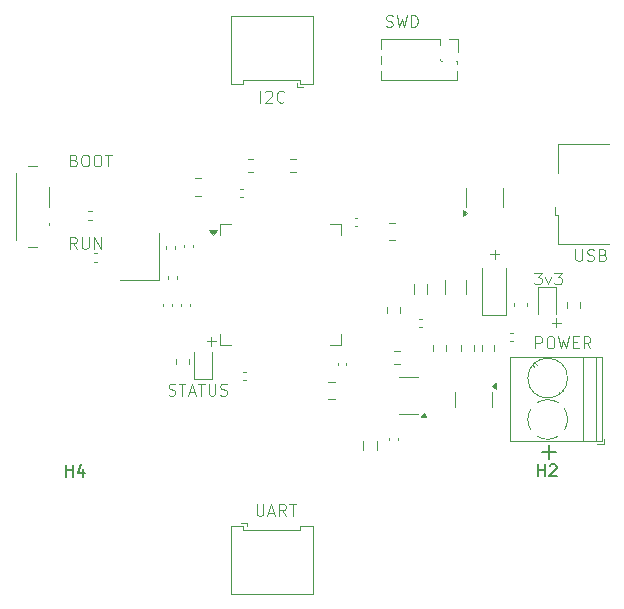
<source format=gbr>
%TF.GenerationSoftware,KiCad,Pcbnew,8.0.5-8.0.5-0~ubuntu24.04.1*%
%TF.CreationDate,2024-09-30T02:40:30+03:30*%
%TF.ProjectId,stm32buckusb,73746d33-3262-4756-936b-7573622e6b69,rev?*%
%TF.SameCoordinates,Original*%
%TF.FileFunction,Legend,Top*%
%TF.FilePolarity,Positive*%
%FSLAX46Y46*%
G04 Gerber Fmt 4.6, Leading zero omitted, Abs format (unit mm)*
G04 Created by KiCad (PCBNEW 8.0.5-8.0.5-0~ubuntu24.04.1) date 2024-09-30 02:40:30*
%MOMM*%
%LPD*%
G01*
G04 APERTURE LIST*
%ADD10C,0.100000*%
%ADD11C,0.200000*%
%ADD12C,0.150000*%
%ADD13C,0.120000*%
G04 APERTURE END LIST*
D10*
X85675312Y-93672419D02*
X85341979Y-93196228D01*
X85103884Y-93672419D02*
X85103884Y-92672419D01*
X85103884Y-92672419D02*
X85484836Y-92672419D01*
X85484836Y-92672419D02*
X85580074Y-92720038D01*
X85580074Y-92720038D02*
X85627693Y-92767657D01*
X85627693Y-92767657D02*
X85675312Y-92862895D01*
X85675312Y-92862895D02*
X85675312Y-93005752D01*
X85675312Y-93005752D02*
X85627693Y-93100990D01*
X85627693Y-93100990D02*
X85580074Y-93148609D01*
X85580074Y-93148609D02*
X85484836Y-93196228D01*
X85484836Y-93196228D02*
X85103884Y-93196228D01*
X86103884Y-92672419D02*
X86103884Y-93481942D01*
X86103884Y-93481942D02*
X86151503Y-93577180D01*
X86151503Y-93577180D02*
X86199122Y-93624800D01*
X86199122Y-93624800D02*
X86294360Y-93672419D01*
X86294360Y-93672419D02*
X86484836Y-93672419D01*
X86484836Y-93672419D02*
X86580074Y-93624800D01*
X86580074Y-93624800D02*
X86627693Y-93577180D01*
X86627693Y-93577180D02*
X86675312Y-93481942D01*
X86675312Y-93481942D02*
X86675312Y-92672419D01*
X87151503Y-93672419D02*
X87151503Y-92672419D01*
X87151503Y-92672419D02*
X87722931Y-93672419D01*
X87722931Y-93672419D02*
X87722931Y-92672419D01*
X96703884Y-101491466D02*
X97465789Y-101491466D01*
X97084836Y-101872419D02*
X97084836Y-101110514D01*
D11*
X125088720Y-110834600D02*
X126231578Y-110834600D01*
X125660149Y-111406028D02*
X125660149Y-110263171D01*
D10*
X125903884Y-99891466D02*
X126665789Y-99891466D01*
X126284836Y-100272419D02*
X126284836Y-99510514D01*
X120703884Y-94091466D02*
X121465789Y-94091466D01*
X121084836Y-94472419D02*
X121084836Y-93710514D01*
X93456265Y-106024800D02*
X93599122Y-106072419D01*
X93599122Y-106072419D02*
X93837217Y-106072419D01*
X93837217Y-106072419D02*
X93932455Y-106024800D01*
X93932455Y-106024800D02*
X93980074Y-105977180D01*
X93980074Y-105977180D02*
X94027693Y-105881942D01*
X94027693Y-105881942D02*
X94027693Y-105786704D01*
X94027693Y-105786704D02*
X93980074Y-105691466D01*
X93980074Y-105691466D02*
X93932455Y-105643847D01*
X93932455Y-105643847D02*
X93837217Y-105596228D01*
X93837217Y-105596228D02*
X93646741Y-105548609D01*
X93646741Y-105548609D02*
X93551503Y-105500990D01*
X93551503Y-105500990D02*
X93503884Y-105453371D01*
X93503884Y-105453371D02*
X93456265Y-105358133D01*
X93456265Y-105358133D02*
X93456265Y-105262895D01*
X93456265Y-105262895D02*
X93503884Y-105167657D01*
X93503884Y-105167657D02*
X93551503Y-105120038D01*
X93551503Y-105120038D02*
X93646741Y-105072419D01*
X93646741Y-105072419D02*
X93884836Y-105072419D01*
X93884836Y-105072419D02*
X94027693Y-105120038D01*
X94313408Y-105072419D02*
X94884836Y-105072419D01*
X94599122Y-106072419D02*
X94599122Y-105072419D01*
X95170551Y-105786704D02*
X95646741Y-105786704D01*
X95075313Y-106072419D02*
X95408646Y-105072419D01*
X95408646Y-105072419D02*
X95741979Y-106072419D01*
X95932456Y-105072419D02*
X96503884Y-105072419D01*
X96218170Y-106072419D02*
X96218170Y-105072419D01*
X96837218Y-105072419D02*
X96837218Y-105881942D01*
X96837218Y-105881942D02*
X96884837Y-105977180D01*
X96884837Y-105977180D02*
X96932456Y-106024800D01*
X96932456Y-106024800D02*
X97027694Y-106072419D01*
X97027694Y-106072419D02*
X97218170Y-106072419D01*
X97218170Y-106072419D02*
X97313408Y-106024800D01*
X97313408Y-106024800D02*
X97361027Y-105977180D01*
X97361027Y-105977180D02*
X97408646Y-105881942D01*
X97408646Y-105881942D02*
X97408646Y-105072419D01*
X97837218Y-106024800D02*
X97980075Y-106072419D01*
X97980075Y-106072419D02*
X98218170Y-106072419D01*
X98218170Y-106072419D02*
X98313408Y-106024800D01*
X98313408Y-106024800D02*
X98361027Y-105977180D01*
X98361027Y-105977180D02*
X98408646Y-105881942D01*
X98408646Y-105881942D02*
X98408646Y-105786704D01*
X98408646Y-105786704D02*
X98361027Y-105691466D01*
X98361027Y-105691466D02*
X98313408Y-105643847D01*
X98313408Y-105643847D02*
X98218170Y-105596228D01*
X98218170Y-105596228D02*
X98027694Y-105548609D01*
X98027694Y-105548609D02*
X97932456Y-105500990D01*
X97932456Y-105500990D02*
X97884837Y-105453371D01*
X97884837Y-105453371D02*
X97837218Y-105358133D01*
X97837218Y-105358133D02*
X97837218Y-105262895D01*
X97837218Y-105262895D02*
X97884837Y-105167657D01*
X97884837Y-105167657D02*
X97932456Y-105120038D01*
X97932456Y-105120038D02*
X98027694Y-105072419D01*
X98027694Y-105072419D02*
X98265789Y-105072419D01*
X98265789Y-105072419D02*
X98408646Y-105120038D01*
X124408646Y-95672419D02*
X125027693Y-95672419D01*
X125027693Y-95672419D02*
X124694360Y-96053371D01*
X124694360Y-96053371D02*
X124837217Y-96053371D01*
X124837217Y-96053371D02*
X124932455Y-96100990D01*
X124932455Y-96100990D02*
X124980074Y-96148609D01*
X124980074Y-96148609D02*
X125027693Y-96243847D01*
X125027693Y-96243847D02*
X125027693Y-96481942D01*
X125027693Y-96481942D02*
X124980074Y-96577180D01*
X124980074Y-96577180D02*
X124932455Y-96624800D01*
X124932455Y-96624800D02*
X124837217Y-96672419D01*
X124837217Y-96672419D02*
X124551503Y-96672419D01*
X124551503Y-96672419D02*
X124456265Y-96624800D01*
X124456265Y-96624800D02*
X124408646Y-96577180D01*
X125361027Y-96005752D02*
X125599122Y-96672419D01*
X125599122Y-96672419D02*
X125837217Y-96005752D01*
X126122932Y-95672419D02*
X126741979Y-95672419D01*
X126741979Y-95672419D02*
X126408646Y-96053371D01*
X126408646Y-96053371D02*
X126551503Y-96053371D01*
X126551503Y-96053371D02*
X126646741Y-96100990D01*
X126646741Y-96100990D02*
X126694360Y-96148609D01*
X126694360Y-96148609D02*
X126741979Y-96243847D01*
X126741979Y-96243847D02*
X126741979Y-96481942D01*
X126741979Y-96481942D02*
X126694360Y-96577180D01*
X126694360Y-96577180D02*
X126646741Y-96624800D01*
X126646741Y-96624800D02*
X126551503Y-96672419D01*
X126551503Y-96672419D02*
X126265789Y-96672419D01*
X126265789Y-96672419D02*
X126170551Y-96624800D01*
X126170551Y-96624800D02*
X126122932Y-96577180D01*
X111856265Y-74824800D02*
X111999122Y-74872419D01*
X111999122Y-74872419D02*
X112237217Y-74872419D01*
X112237217Y-74872419D02*
X112332455Y-74824800D01*
X112332455Y-74824800D02*
X112380074Y-74777180D01*
X112380074Y-74777180D02*
X112427693Y-74681942D01*
X112427693Y-74681942D02*
X112427693Y-74586704D01*
X112427693Y-74586704D02*
X112380074Y-74491466D01*
X112380074Y-74491466D02*
X112332455Y-74443847D01*
X112332455Y-74443847D02*
X112237217Y-74396228D01*
X112237217Y-74396228D02*
X112046741Y-74348609D01*
X112046741Y-74348609D02*
X111951503Y-74300990D01*
X111951503Y-74300990D02*
X111903884Y-74253371D01*
X111903884Y-74253371D02*
X111856265Y-74158133D01*
X111856265Y-74158133D02*
X111856265Y-74062895D01*
X111856265Y-74062895D02*
X111903884Y-73967657D01*
X111903884Y-73967657D02*
X111951503Y-73920038D01*
X111951503Y-73920038D02*
X112046741Y-73872419D01*
X112046741Y-73872419D02*
X112284836Y-73872419D01*
X112284836Y-73872419D02*
X112427693Y-73920038D01*
X112761027Y-73872419D02*
X112999122Y-74872419D01*
X112999122Y-74872419D02*
X113189598Y-74158133D01*
X113189598Y-74158133D02*
X113380074Y-74872419D01*
X113380074Y-74872419D02*
X113618170Y-73872419D01*
X113999122Y-74872419D02*
X113999122Y-73872419D01*
X113999122Y-73872419D02*
X114237217Y-73872419D01*
X114237217Y-73872419D02*
X114380074Y-73920038D01*
X114380074Y-73920038D02*
X114475312Y-74015276D01*
X114475312Y-74015276D02*
X114522931Y-74110514D01*
X114522931Y-74110514D02*
X114570550Y-74300990D01*
X114570550Y-74300990D02*
X114570550Y-74443847D01*
X114570550Y-74443847D02*
X114522931Y-74634323D01*
X114522931Y-74634323D02*
X114475312Y-74729561D01*
X114475312Y-74729561D02*
X114380074Y-74824800D01*
X114380074Y-74824800D02*
X114237217Y-74872419D01*
X114237217Y-74872419D02*
X113999122Y-74872419D01*
X85437217Y-86148609D02*
X85580074Y-86196228D01*
X85580074Y-86196228D02*
X85627693Y-86243847D01*
X85627693Y-86243847D02*
X85675312Y-86339085D01*
X85675312Y-86339085D02*
X85675312Y-86481942D01*
X85675312Y-86481942D02*
X85627693Y-86577180D01*
X85627693Y-86577180D02*
X85580074Y-86624800D01*
X85580074Y-86624800D02*
X85484836Y-86672419D01*
X85484836Y-86672419D02*
X85103884Y-86672419D01*
X85103884Y-86672419D02*
X85103884Y-85672419D01*
X85103884Y-85672419D02*
X85437217Y-85672419D01*
X85437217Y-85672419D02*
X85532455Y-85720038D01*
X85532455Y-85720038D02*
X85580074Y-85767657D01*
X85580074Y-85767657D02*
X85627693Y-85862895D01*
X85627693Y-85862895D02*
X85627693Y-85958133D01*
X85627693Y-85958133D02*
X85580074Y-86053371D01*
X85580074Y-86053371D02*
X85532455Y-86100990D01*
X85532455Y-86100990D02*
X85437217Y-86148609D01*
X85437217Y-86148609D02*
X85103884Y-86148609D01*
X86294360Y-85672419D02*
X86484836Y-85672419D01*
X86484836Y-85672419D02*
X86580074Y-85720038D01*
X86580074Y-85720038D02*
X86675312Y-85815276D01*
X86675312Y-85815276D02*
X86722931Y-86005752D01*
X86722931Y-86005752D02*
X86722931Y-86339085D01*
X86722931Y-86339085D02*
X86675312Y-86529561D01*
X86675312Y-86529561D02*
X86580074Y-86624800D01*
X86580074Y-86624800D02*
X86484836Y-86672419D01*
X86484836Y-86672419D02*
X86294360Y-86672419D01*
X86294360Y-86672419D02*
X86199122Y-86624800D01*
X86199122Y-86624800D02*
X86103884Y-86529561D01*
X86103884Y-86529561D02*
X86056265Y-86339085D01*
X86056265Y-86339085D02*
X86056265Y-86005752D01*
X86056265Y-86005752D02*
X86103884Y-85815276D01*
X86103884Y-85815276D02*
X86199122Y-85720038D01*
X86199122Y-85720038D02*
X86294360Y-85672419D01*
X87341979Y-85672419D02*
X87532455Y-85672419D01*
X87532455Y-85672419D02*
X87627693Y-85720038D01*
X87627693Y-85720038D02*
X87722931Y-85815276D01*
X87722931Y-85815276D02*
X87770550Y-86005752D01*
X87770550Y-86005752D02*
X87770550Y-86339085D01*
X87770550Y-86339085D02*
X87722931Y-86529561D01*
X87722931Y-86529561D02*
X87627693Y-86624800D01*
X87627693Y-86624800D02*
X87532455Y-86672419D01*
X87532455Y-86672419D02*
X87341979Y-86672419D01*
X87341979Y-86672419D02*
X87246741Y-86624800D01*
X87246741Y-86624800D02*
X87151503Y-86529561D01*
X87151503Y-86529561D02*
X87103884Y-86339085D01*
X87103884Y-86339085D02*
X87103884Y-86005752D01*
X87103884Y-86005752D02*
X87151503Y-85815276D01*
X87151503Y-85815276D02*
X87246741Y-85720038D01*
X87246741Y-85720038D02*
X87341979Y-85672419D01*
X88056265Y-85672419D02*
X88627693Y-85672419D01*
X88341979Y-86672419D02*
X88341979Y-85672419D01*
X124503884Y-102072419D02*
X124503884Y-101072419D01*
X124503884Y-101072419D02*
X124884836Y-101072419D01*
X124884836Y-101072419D02*
X124980074Y-101120038D01*
X124980074Y-101120038D02*
X125027693Y-101167657D01*
X125027693Y-101167657D02*
X125075312Y-101262895D01*
X125075312Y-101262895D02*
X125075312Y-101405752D01*
X125075312Y-101405752D02*
X125027693Y-101500990D01*
X125027693Y-101500990D02*
X124980074Y-101548609D01*
X124980074Y-101548609D02*
X124884836Y-101596228D01*
X124884836Y-101596228D02*
X124503884Y-101596228D01*
X125694360Y-101072419D02*
X125884836Y-101072419D01*
X125884836Y-101072419D02*
X125980074Y-101120038D01*
X125980074Y-101120038D02*
X126075312Y-101215276D01*
X126075312Y-101215276D02*
X126122931Y-101405752D01*
X126122931Y-101405752D02*
X126122931Y-101739085D01*
X126122931Y-101739085D02*
X126075312Y-101929561D01*
X126075312Y-101929561D02*
X125980074Y-102024800D01*
X125980074Y-102024800D02*
X125884836Y-102072419D01*
X125884836Y-102072419D02*
X125694360Y-102072419D01*
X125694360Y-102072419D02*
X125599122Y-102024800D01*
X125599122Y-102024800D02*
X125503884Y-101929561D01*
X125503884Y-101929561D02*
X125456265Y-101739085D01*
X125456265Y-101739085D02*
X125456265Y-101405752D01*
X125456265Y-101405752D02*
X125503884Y-101215276D01*
X125503884Y-101215276D02*
X125599122Y-101120038D01*
X125599122Y-101120038D02*
X125694360Y-101072419D01*
X126456265Y-101072419D02*
X126694360Y-102072419D01*
X126694360Y-102072419D02*
X126884836Y-101358133D01*
X126884836Y-101358133D02*
X127075312Y-102072419D01*
X127075312Y-102072419D02*
X127313408Y-101072419D01*
X127694360Y-101548609D02*
X128027693Y-101548609D01*
X128170550Y-102072419D02*
X127694360Y-102072419D01*
X127694360Y-102072419D02*
X127694360Y-101072419D01*
X127694360Y-101072419D02*
X128170550Y-101072419D01*
X129170550Y-102072419D02*
X128837217Y-101596228D01*
X128599122Y-102072419D02*
X128599122Y-101072419D01*
X128599122Y-101072419D02*
X128980074Y-101072419D01*
X128980074Y-101072419D02*
X129075312Y-101120038D01*
X129075312Y-101120038D02*
X129122931Y-101167657D01*
X129122931Y-101167657D02*
X129170550Y-101262895D01*
X129170550Y-101262895D02*
X129170550Y-101405752D01*
X129170550Y-101405752D02*
X129122931Y-101500990D01*
X129122931Y-101500990D02*
X129075312Y-101548609D01*
X129075312Y-101548609D02*
X128980074Y-101596228D01*
X128980074Y-101596228D02*
X128599122Y-101596228D01*
X127903884Y-93672419D02*
X127903884Y-94481942D01*
X127903884Y-94481942D02*
X127951503Y-94577180D01*
X127951503Y-94577180D02*
X127999122Y-94624800D01*
X127999122Y-94624800D02*
X128094360Y-94672419D01*
X128094360Y-94672419D02*
X128284836Y-94672419D01*
X128284836Y-94672419D02*
X128380074Y-94624800D01*
X128380074Y-94624800D02*
X128427693Y-94577180D01*
X128427693Y-94577180D02*
X128475312Y-94481942D01*
X128475312Y-94481942D02*
X128475312Y-93672419D01*
X128903884Y-94624800D02*
X129046741Y-94672419D01*
X129046741Y-94672419D02*
X129284836Y-94672419D01*
X129284836Y-94672419D02*
X129380074Y-94624800D01*
X129380074Y-94624800D02*
X129427693Y-94577180D01*
X129427693Y-94577180D02*
X129475312Y-94481942D01*
X129475312Y-94481942D02*
X129475312Y-94386704D01*
X129475312Y-94386704D02*
X129427693Y-94291466D01*
X129427693Y-94291466D02*
X129380074Y-94243847D01*
X129380074Y-94243847D02*
X129284836Y-94196228D01*
X129284836Y-94196228D02*
X129094360Y-94148609D01*
X129094360Y-94148609D02*
X128999122Y-94100990D01*
X128999122Y-94100990D02*
X128951503Y-94053371D01*
X128951503Y-94053371D02*
X128903884Y-93958133D01*
X128903884Y-93958133D02*
X128903884Y-93862895D01*
X128903884Y-93862895D02*
X128951503Y-93767657D01*
X128951503Y-93767657D02*
X128999122Y-93720038D01*
X128999122Y-93720038D02*
X129094360Y-93672419D01*
X129094360Y-93672419D02*
X129332455Y-93672419D01*
X129332455Y-93672419D02*
X129475312Y-93720038D01*
X130237217Y-94148609D02*
X130380074Y-94196228D01*
X130380074Y-94196228D02*
X130427693Y-94243847D01*
X130427693Y-94243847D02*
X130475312Y-94339085D01*
X130475312Y-94339085D02*
X130475312Y-94481942D01*
X130475312Y-94481942D02*
X130427693Y-94577180D01*
X130427693Y-94577180D02*
X130380074Y-94624800D01*
X130380074Y-94624800D02*
X130284836Y-94672419D01*
X130284836Y-94672419D02*
X129903884Y-94672419D01*
X129903884Y-94672419D02*
X129903884Y-93672419D01*
X129903884Y-93672419D02*
X130237217Y-93672419D01*
X130237217Y-93672419D02*
X130332455Y-93720038D01*
X130332455Y-93720038D02*
X130380074Y-93767657D01*
X130380074Y-93767657D02*
X130427693Y-93862895D01*
X130427693Y-93862895D02*
X130427693Y-93958133D01*
X130427693Y-93958133D02*
X130380074Y-94053371D01*
X130380074Y-94053371D02*
X130332455Y-94100990D01*
X130332455Y-94100990D02*
X130237217Y-94148609D01*
X130237217Y-94148609D02*
X129903884Y-94148609D01*
X100903884Y-115272419D02*
X100903884Y-116081942D01*
X100903884Y-116081942D02*
X100951503Y-116177180D01*
X100951503Y-116177180D02*
X100999122Y-116224800D01*
X100999122Y-116224800D02*
X101094360Y-116272419D01*
X101094360Y-116272419D02*
X101284836Y-116272419D01*
X101284836Y-116272419D02*
X101380074Y-116224800D01*
X101380074Y-116224800D02*
X101427693Y-116177180D01*
X101427693Y-116177180D02*
X101475312Y-116081942D01*
X101475312Y-116081942D02*
X101475312Y-115272419D01*
X101903884Y-115986704D02*
X102380074Y-115986704D01*
X101808646Y-116272419D02*
X102141979Y-115272419D01*
X102141979Y-115272419D02*
X102475312Y-116272419D01*
X103380074Y-116272419D02*
X103046741Y-115796228D01*
X102808646Y-116272419D02*
X102808646Y-115272419D01*
X102808646Y-115272419D02*
X103189598Y-115272419D01*
X103189598Y-115272419D02*
X103284836Y-115320038D01*
X103284836Y-115320038D02*
X103332455Y-115367657D01*
X103332455Y-115367657D02*
X103380074Y-115462895D01*
X103380074Y-115462895D02*
X103380074Y-115605752D01*
X103380074Y-115605752D02*
X103332455Y-115700990D01*
X103332455Y-115700990D02*
X103284836Y-115748609D01*
X103284836Y-115748609D02*
X103189598Y-115796228D01*
X103189598Y-115796228D02*
X102808646Y-115796228D01*
X103665789Y-115272419D02*
X104237217Y-115272419D01*
X103951503Y-116272419D02*
X103951503Y-115272419D01*
X101223810Y-81272419D02*
X101223810Y-80272419D01*
X101652381Y-80367657D02*
X101700000Y-80320038D01*
X101700000Y-80320038D02*
X101795238Y-80272419D01*
X101795238Y-80272419D02*
X102033333Y-80272419D01*
X102033333Y-80272419D02*
X102128571Y-80320038D01*
X102128571Y-80320038D02*
X102176190Y-80367657D01*
X102176190Y-80367657D02*
X102223809Y-80462895D01*
X102223809Y-80462895D02*
X102223809Y-80558133D01*
X102223809Y-80558133D02*
X102176190Y-80700990D01*
X102176190Y-80700990D02*
X101604762Y-81272419D01*
X101604762Y-81272419D02*
X102223809Y-81272419D01*
X103223809Y-81177180D02*
X103176190Y-81224800D01*
X103176190Y-81224800D02*
X103033333Y-81272419D01*
X103033333Y-81272419D02*
X102938095Y-81272419D01*
X102938095Y-81272419D02*
X102795238Y-81224800D01*
X102795238Y-81224800D02*
X102700000Y-81129561D01*
X102700000Y-81129561D02*
X102652381Y-81034323D01*
X102652381Y-81034323D02*
X102604762Y-80843847D01*
X102604762Y-80843847D02*
X102604762Y-80700990D01*
X102604762Y-80700990D02*
X102652381Y-80510514D01*
X102652381Y-80510514D02*
X102700000Y-80415276D01*
X102700000Y-80415276D02*
X102795238Y-80320038D01*
X102795238Y-80320038D02*
X102938095Y-80272419D01*
X102938095Y-80272419D02*
X103033333Y-80272419D01*
X103033333Y-80272419D02*
X103176190Y-80320038D01*
X103176190Y-80320038D02*
X103223809Y-80367657D01*
D12*
X84768514Y-112935238D02*
X84768514Y-111935238D01*
X84768514Y-112411428D02*
X85339942Y-112411428D01*
X85339942Y-112935238D02*
X85339942Y-111935238D01*
X86244704Y-112268571D02*
X86244704Y-112935238D01*
X86006609Y-111887619D02*
X85768514Y-112601904D01*
X85768514Y-112601904D02*
X86387561Y-112601904D01*
X124738095Y-112904819D02*
X124738095Y-111904819D01*
X124738095Y-112381009D02*
X125309523Y-112381009D01*
X125309523Y-112904819D02*
X125309523Y-111904819D01*
X125738095Y-112000057D02*
X125785714Y-111952438D01*
X125785714Y-111952438D02*
X125880952Y-111904819D01*
X125880952Y-111904819D02*
X126119047Y-111904819D01*
X126119047Y-111904819D02*
X126214285Y-111952438D01*
X126214285Y-111952438D02*
X126261904Y-112000057D01*
X126261904Y-112000057D02*
X126309523Y-112095295D01*
X126309523Y-112095295D02*
X126309523Y-112190533D01*
X126309523Y-112190533D02*
X126261904Y-112333390D01*
X126261904Y-112333390D02*
X125690476Y-112904819D01*
X125690476Y-112904819D02*
X126309523Y-112904819D01*
D13*
%TO.C,J2*%
X117960000Y-75870000D02*
X117960000Y-77000000D01*
X117200000Y-75870000D02*
X117960000Y-75870000D01*
X116440000Y-75870000D02*
X111425000Y-75870000D01*
X116440000Y-75870000D02*
X116440000Y-76436529D01*
X111425000Y-75870000D02*
X111425000Y-76692470D01*
X111425000Y-77307530D02*
X111425000Y-77962470D01*
X116440000Y-77563471D02*
X116440000Y-77706529D01*
X117895000Y-77760000D02*
X117895000Y-77962470D01*
X117763471Y-77760000D02*
X117895000Y-77760000D01*
X116493471Y-77760000D02*
X116636529Y-77760000D01*
X117895000Y-78577530D02*
X117895000Y-79400000D01*
X111425000Y-78577530D02*
X111425000Y-79400000D01*
X117895000Y-79400000D02*
X111425000Y-79400000D01*
%TO.C,SW1*%
X80500000Y-87200000D02*
X80500000Y-92900000D01*
X81510000Y-93500000D02*
X82300000Y-93500000D01*
X82300000Y-86600000D02*
X81510000Y-86600000D01*
X83350000Y-88450000D02*
X83350000Y-90150000D01*
X83350000Y-91450000D02*
X83350000Y-91650000D01*
%TO.C,D1*%
X95640000Y-102380000D02*
X95640000Y-104665000D01*
X95640000Y-104665000D02*
X97110000Y-104665000D01*
X97110000Y-104665000D02*
X97110000Y-102380000D01*
%TO.C,D3*%
X124765000Y-96902500D02*
X124765000Y-99187500D01*
X126235000Y-96902500D02*
X124765000Y-96902500D01*
X126235000Y-99187500D02*
X126235000Y-96902500D01*
%TO.C,C10*%
X94515000Y-98517836D02*
X94515000Y-98302164D01*
X95235000Y-98517836D02*
X95235000Y-98302164D01*
%TO.C,R2*%
X93420000Y-95936359D02*
X93420000Y-96243641D01*
X94180000Y-95936359D02*
X94180000Y-96243641D01*
%TO.C,C12*%
X93240000Y-93627836D02*
X93240000Y-93412164D01*
X93960000Y-93627836D02*
X93960000Y-93412164D01*
%TO.C,F1*%
X116840000Y-97514564D02*
X116840000Y-96310436D01*
X118660000Y-97514564D02*
X118660000Y-96310436D01*
%TO.C,U2*%
X118640000Y-89337500D02*
X118640000Y-88537500D01*
X118640000Y-89337500D02*
X118640000Y-90137500D01*
X121760000Y-89337500D02*
X121760000Y-88537500D01*
X121760000Y-89337500D02*
X121760000Y-90137500D01*
X118690000Y-90637500D02*
X118360000Y-90877500D01*
X118360000Y-90397500D01*
X118690000Y-90637500D01*
G36*
X118690000Y-90637500D02*
G01*
X118360000Y-90877500D01*
X118360000Y-90397500D01*
X118690000Y-90637500D01*
G37*
%TO.C,C9*%
X93015000Y-98517836D02*
X93015000Y-98302164D01*
X93735000Y-98517836D02*
X93735000Y-98302164D01*
%TO.C,R6*%
X115877500Y-101787742D02*
X115877500Y-102262258D01*
X116922500Y-101787742D02*
X116922500Y-102262258D01*
%TO.C,C3*%
X96186252Y-87695000D02*
X95663748Y-87695000D01*
X96186252Y-89165000D02*
X95663748Y-89165000D01*
%TO.C,R8*%
X118227500Y-101787742D02*
X118227500Y-102262258D01*
X119272500Y-101787742D02*
X119272500Y-102262258D01*
%TO.C,J4*%
X98715000Y-117140000D02*
X98715000Y-122860000D01*
X98715000Y-122860000D02*
X102200000Y-122860000D01*
X99785000Y-117140000D02*
X98715000Y-117140000D01*
X99785000Y-117440000D02*
X99785000Y-117140000D01*
X100075000Y-116850000D02*
X99575000Y-116850000D01*
X100075000Y-117150000D02*
X100075000Y-116850000D01*
X102200000Y-117440000D02*
X99785000Y-117440000D01*
X102200000Y-117440000D02*
X104615000Y-117440000D01*
X104615000Y-117140000D02*
X105685000Y-117140000D01*
X104615000Y-117440000D02*
X104615000Y-117140000D01*
X105685000Y-117140000D02*
X105685000Y-122860000D01*
X105685000Y-122860000D02*
X102200000Y-122860000D01*
%TO.C,C11*%
X87387836Y-94040000D02*
X87172164Y-94040000D01*
X87387836Y-94760000D02*
X87172164Y-94760000D01*
%TO.C,C7*%
X109212164Y-91040000D02*
X109427836Y-91040000D01*
X109212164Y-91760000D02*
X109427836Y-91760000D01*
%TO.C,R7*%
X119977500Y-102262258D02*
X119977500Y-101787742D01*
X121022500Y-102262258D02*
X121022500Y-101787742D01*
%TO.C,J5*%
X126390000Y-93260000D02*
X130750000Y-93260000D01*
X126390000Y-93260000D02*
X126390000Y-90760000D01*
X126390000Y-90760000D02*
X126190000Y-90760000D01*
X126390000Y-87240000D02*
X126390000Y-84740000D01*
X126390000Y-84740000D02*
X130750000Y-84740000D01*
X126190000Y-90100000D02*
X126190000Y-90760000D01*
%TO.C,Y1*%
X89300000Y-96300000D02*
X92600000Y-96300000D01*
X92600000Y-96300000D02*
X92600000Y-92300000D01*
%TO.C,R9*%
X100162742Y-86077500D02*
X100637258Y-86077500D01*
X100162742Y-87122500D02*
X100637258Y-87122500D01*
%TO.C,R5*%
X112537742Y-102327500D02*
X113012258Y-102327500D01*
X112537742Y-103372500D02*
X113012258Y-103372500D01*
%TO.C,L2*%
X109940000Y-109912878D02*
X109940000Y-110712122D01*
X111060000Y-109912878D02*
X111060000Y-110712122D01*
%TO.C,C8*%
X99517164Y-88570000D02*
X99732836Y-88570000D01*
X99517164Y-89290000D02*
X99732836Y-89290000D01*
%TO.C,C14*%
X112140000Y-109877836D02*
X112140000Y-109662164D01*
X112860000Y-109877836D02*
X112860000Y-109662164D01*
%TO.C,R1*%
X86953641Y-90420000D02*
X86646359Y-90420000D01*
X86953641Y-91180000D02*
X86646359Y-91180000D01*
%TO.C,MP2359DJ1*%
X113750000Y-104490000D02*
X112950000Y-104490000D01*
X113750000Y-104490000D02*
X114550000Y-104490000D01*
X113750000Y-107610000D02*
X112950000Y-107610000D01*
X113750000Y-107610000D02*
X114550000Y-107610000D01*
X115290000Y-107890000D02*
X114810000Y-107890000D01*
X115050000Y-107560000D01*
X115290000Y-107890000D01*
G36*
X115290000Y-107890000D02*
G01*
X114810000Y-107890000D01*
X115050000Y-107560000D01*
X115290000Y-107890000D01*
G37*
%TO.C,R4*%
X111977500Y-98612742D02*
X111977500Y-99087258D01*
X113022500Y-98612742D02*
X113022500Y-99087258D01*
%TO.C,C2*%
X107511252Y-104895000D02*
X106988748Y-104895000D01*
X107511252Y-106365000D02*
X106988748Y-106365000D01*
%TO.C,D2*%
X120000000Y-99272500D02*
X120000000Y-95262500D01*
X120000000Y-99272500D02*
X122000000Y-99272500D01*
X122000000Y-99272500D02*
X122000000Y-95262500D01*
%TO.C,R10*%
X104212258Y-86077500D02*
X103737742Y-86077500D01*
X104212258Y-87122500D02*
X103737742Y-87122500D01*
%TO.C,J3*%
X98715000Y-73940000D02*
X102200000Y-73940000D01*
X98715000Y-79660000D02*
X98715000Y-73940000D01*
X99785000Y-79360000D02*
X99785000Y-79660000D01*
X99785000Y-79660000D02*
X98715000Y-79660000D01*
X102200000Y-79360000D02*
X99785000Y-79360000D01*
X102200000Y-79360000D02*
X104615000Y-79360000D01*
X104325000Y-79650000D02*
X104325000Y-79950000D01*
X104325000Y-79950000D02*
X104825000Y-79950000D01*
X104615000Y-79360000D02*
X104615000Y-79660000D01*
X104615000Y-79660000D02*
X105685000Y-79660000D01*
X105685000Y-73940000D02*
X102200000Y-73940000D01*
X105685000Y-79660000D02*
X105685000Y-73940000D01*
%TO.C,Q1*%
X117740000Y-106437500D02*
X117740000Y-105787500D01*
X117740000Y-106437500D02*
X117740000Y-107087500D01*
X120860000Y-106437500D02*
X120860000Y-105787500D01*
X120860000Y-106437500D02*
X120860000Y-107087500D01*
X121140000Y-105515000D02*
X120810000Y-105275000D01*
X121140000Y-105035000D01*
X121140000Y-105515000D01*
G36*
X121140000Y-105515000D02*
G01*
X120810000Y-105275000D01*
X121140000Y-105035000D01*
X121140000Y-105515000D01*
G37*
%TO.C,R11*%
X127227500Y-98187742D02*
X127227500Y-98662258D01*
X128272500Y-98187742D02*
X128272500Y-98662258D01*
%TO.C,C5*%
X100002836Y-104070000D02*
X99787164Y-104070000D01*
X100002836Y-104790000D02*
X99787164Y-104790000D01*
%TO.C,C1*%
X112661252Y-91465000D02*
X112138748Y-91465000D01*
X112661252Y-92935000D02*
X112138748Y-92935000D01*
%TO.C,FB1*%
X114190000Y-96662878D02*
X114190000Y-97462122D01*
X115310000Y-96662878D02*
X115310000Y-97462122D01*
%TO.C,R3*%
X94102500Y-103417258D02*
X94102500Y-102942742D01*
X95147500Y-103417258D02*
X95147500Y-102942742D01*
%TO.C,C15*%
X122607836Y-100740000D02*
X122392164Y-100740000D01*
X122607836Y-101460000D02*
X122392164Y-101460000D01*
%TO.C,C4*%
X94765000Y-93302164D02*
X94765000Y-93517836D01*
X95485000Y-93302164D02*
X95485000Y-93517836D01*
%TO.C,C16*%
X122740000Y-98246920D02*
X122740000Y-98528080D01*
X123760000Y-98246920D02*
X123760000Y-98528080D01*
%TO.C,C6*%
X107765000Y-103302164D02*
X107765000Y-103517836D01*
X108485000Y-103302164D02*
X108485000Y-103517836D01*
%TO.C,C13*%
X114662164Y-99565000D02*
X114877836Y-99565000D01*
X114662164Y-100285000D02*
X114877836Y-100285000D01*
%TO.C,J1*%
X122390000Y-102790000D02*
X130110000Y-102790000D01*
X122390000Y-109910000D02*
X122390000Y-102790000D01*
X122390000Y-109910000D02*
X130110000Y-109910000D01*
X124275000Y-103530000D02*
X124369000Y-103624000D01*
X124481000Y-103325000D02*
X124609000Y-103454000D01*
X126491000Y-105745000D02*
X126619000Y-105874000D01*
X126731000Y-105575000D02*
X126824000Y-105669000D01*
X128550000Y-109910000D02*
X128550000Y-102790000D01*
X129650000Y-109910000D02*
X129650000Y-102790000D01*
X129710000Y-110150000D02*
X130350000Y-110150000D01*
X130110000Y-109910000D02*
X130110000Y-102790000D01*
X130350000Y-110150000D02*
X130350000Y-109750000D01*
X124124642Y-108989894D02*
G75*
G02*
X124110000Y-107234000I1425356J889894D01*
G01*
X124659807Y-106674496D02*
G75*
G02*
X126441000Y-106675000I890193J-1425507D01*
G01*
X126439894Y-109525358D02*
G75*
G02*
X124684000Y-109540000I-889894J1425356D01*
G01*
X126974721Y-107209736D02*
G75*
G02*
X127230000Y-108100000I-1424711J-890261D01*
G01*
X127230099Y-108071326D02*
G75*
G02*
X126990000Y-108966000I-1680113J-28671D01*
G01*
X127230000Y-104600000D02*
G75*
G02*
X123870000Y-104600000I-1680000J0D01*
G01*
X123870000Y-104600000D02*
G75*
G02*
X127230000Y-104600000I1680000J0D01*
G01*
%TO.C,U1*%
X97815000Y-91570000D02*
X97815000Y-92520000D01*
X97815000Y-101790000D02*
X97815000Y-100840000D01*
X98765000Y-91570000D02*
X97815000Y-91570000D01*
X98765000Y-101790000D02*
X97815000Y-101790000D01*
X107085000Y-91570000D02*
X108035000Y-91570000D01*
X107085000Y-101790000D02*
X108035000Y-101790000D01*
X108035000Y-91570000D02*
X108035000Y-92520000D01*
X108035000Y-101790000D02*
X108035000Y-100840000D01*
X97200000Y-92520000D02*
X96860000Y-92050000D01*
X97540000Y-92050000D01*
X97200000Y-92520000D01*
G36*
X97200000Y-92520000D02*
G01*
X96860000Y-92050000D01*
X97540000Y-92050000D01*
X97200000Y-92520000D01*
G37*
%TD*%
M02*

</source>
